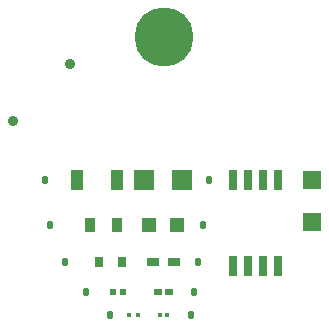
<source format=gts>
G04 #@! TF.FileFunction,Soldermask,Top*
%FSLAX46Y46*%
G04 Gerber Fmt 4.6, Leading zero omitted, Abs format (unit mm)*
G04 Created by KiCad (PCBNEW 4.0.7) date 09/05/18 21:08:50*
%MOMM*%
%LPD*%
G01*
G04 APERTURE LIST*
%ADD10C,0.100000*%
%ADD11R,0.400000X0.400000*%
%ADD12R,0.700000X0.600000*%
%ADD13R,1.700000X1.800860*%
%ADD14C,5.000000*%
%ADD15R,1.600000X1.600000*%
%ADD16R,1.300000X1.198880*%
%ADD17R,1.000000X0.797560*%
%ADD18R,0.650000X1.700000*%
%ADD19O,0.508000X0.762000*%
%ADD20R,1.100000X1.700000*%
%ADD21R,0.900000X1.300000*%
%ADD22R,0.700000X0.900000*%
%ADD23R,0.600000X0.600000*%
%ADD24R,0.450000X0.430000*%
%ADD25C,0.900000*%
G04 APERTURE END LIST*
D10*
D11*
X207980000Y-103505000D03*
X208580000Y-103505000D03*
D12*
X207780000Y-101600000D03*
X208780000Y-101600000D03*
D13*
X209804000Y-92075000D03*
X206629000Y-92075000D03*
D14*
X208280000Y-80010000D03*
D15*
X220853000Y-95631000D03*
X220853000Y-92075000D03*
D16*
X209423000Y-95885000D03*
X207010000Y-95885000D03*
D17*
X209169000Y-99060000D03*
X207391000Y-99060000D03*
D18*
X214122000Y-99408000D03*
X215392000Y-99408000D03*
X216662000Y-99408000D03*
X217932000Y-99408000D03*
X217932000Y-92108000D03*
X216662000Y-92108000D03*
X215392000Y-92108000D03*
X214122000Y-92108000D03*
D19*
X212090000Y-92075000D03*
X211582000Y-95885000D03*
X211201000Y-99060000D03*
X210820000Y-101600000D03*
X210566000Y-103505000D03*
X198247000Y-92075000D03*
X198691500Y-95885000D03*
X199898000Y-99060000D03*
X201739500Y-101600000D03*
X203708000Y-103505000D03*
D20*
X204343000Y-92075000D03*
X200914000Y-92075000D03*
D21*
X204343000Y-95885000D03*
X202057000Y-95885000D03*
D22*
X204724000Y-99060000D03*
X202819000Y-99060000D03*
D23*
X204870000Y-101600000D03*
X203970000Y-101600000D03*
D24*
X206140000Y-103505000D03*
X205340000Y-103505000D03*
D25*
X200357619Y-82265293D03*
X195549293Y-87073619D03*
M02*

</source>
